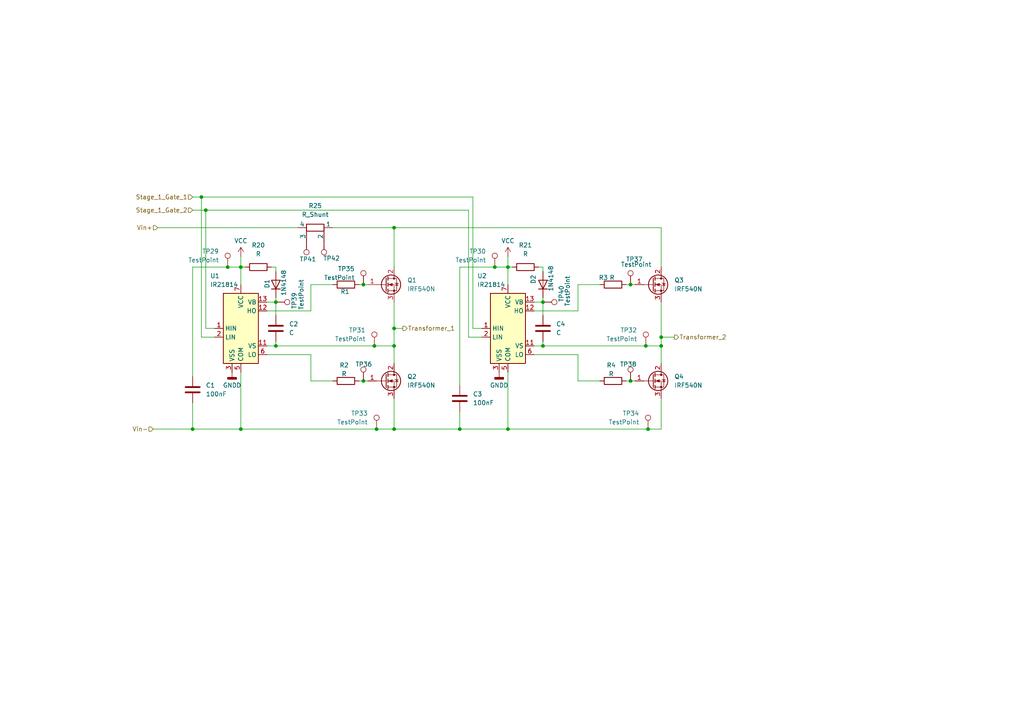
<source format=kicad_sch>
(kicad_sch (version 20250114) (generator "eeschema") (generator_version "9.0")
  (paper "A4")
  (title_block (title "Primary Stage Gate Driver and Converter System") (date "2025-05-19"))
  (lib_symbols
    (symbol "Connector:TestPoint" (pin_numbers (hide yes)) (pin_names (offset 0.762) (hide yes))
      (property "Reference" "TP" (at 0 6.858 0))
      (property "Value" "TestPoint" (at 0 5.08 0))
      (symbol "TestPoint_0_1"
        (circle (center 0 3.302) (radius 0.762))
      )
      (symbol "TestPoint_1_1"
        (pin passive line (at 0 0 90) (length 2.54) (name "1") (number "1"))
      )
    )
    (symbol "Device:C" (pin_numbers (hide yes)) (pin_names (offset 0.254))
      (property "Reference" "C" (at 0.635 2.54 0))
      (property "Value" "C" (at 0.635 -2.54 0))
      (symbol "C_0_1"
        (polyline (pts (xy -2.032 0.762) (xy 2.032 0.762)) (stroke (width 0.508)))
        (polyline (pts (xy -2.032 -0.762) (xy 2.032 -0.762)) (stroke (width 0.508)))
      )
      (symbol "C_1_1"
        (pin passive line (at 0 3.81 270) (length 2.794) (name "~") (number "1"))
        (pin passive line (at 0 -3.81 90) (length 2.794) (name "~") (number "2"))
      )
    )
    (symbol "Device:R" (pin_numbers (hide yes)) (pin_names (offset 0))
      (property "Reference" "R" (at 2.032 0 90))
      (property "Value" "R" (at 0 0 90))
      (symbol "R_0_1"
        (rectangle (start -1.016 -2.54) (end 1.016 2.54) (stroke (width 0.254)))
      )
      (symbol "R_1_1"
        (pin passive line (at 0 3.81 270) (length 1.27) (name "~") (number "1"))
        (pin passive line (at 0 -3.81 90) (length 1.27) (name "~") (number "2"))
      )
    )
    (symbol "Device:R_Shunt" (pin_numbers (hide yes)) (pin_names (offset 0))
      (property "Reference" "R" (at -4.445 0 90))
      (property "Value" "R_Shunt" (at -2.54 0 90))
      (symbol "R_Shunt_0_1"
        (rectangle (start -1.016 -2.54) (end 1.016 2.54) (stroke (width 0.254)))
        (polyline (pts (xy 0 -2.54) (xy 1.27 -2.54)))
        (polyline (pts (xy 1.27 2.54) (xy 0 2.54)))
      )
      (symbol "R_Shunt_1_1"
        (pin passive line (at 0 5.08 270) (length 2.54) (name "1") (number "1"))
        (pin passive line (at 0 -5.08 90) (length 2.54) (name "4") (number "4"))
        (pin passive line (at 3.81 2.54 180) (length 2.54) (name "2") (number "2"))
        (pin passive line (at 3.81 -2.54 180) (length 2.54) (name "3") (number "3"))
      )
    )
    (symbol "Diode:1N4148" (pin_numbers (hide yes)) (pin_names (hide yes))
      (property "Reference" "D" (at 0 2.54 0))
      (property "Value" "1N4148" (at 0 -2.54 0))
      (symbol "1N4148_0_1"
        (polyline (pts (xy -1.27 1.27) (xy -1.27 -1.27)) (stroke (width 0.254)))
        (polyline (pts (xy 1.27 1.27) (xy 1.27 -1.27) (xy -1.27 0) (xy 1.27 1.27)) (stroke (width 0.254)))
        (polyline (pts (xy 1.27 0) (xy -1.27 0)))
      )
      (symbol "1N4148_1_1"
        (pin passive line (at -3.81 0 0) (length 2.54) (name "K") (number "1"))
        (pin passive line (at 3.81 0 180) (length 2.54) (name "A") (number "2"))
      )
    )
    (symbol "Driver_FET:IR21814"
      (property "Reference" "U" (at 1.27 13.97 0))
      (property "Value" "IR21814" (at 1.27 11.43 0))
      (symbol "IR21814_0_1"
        (rectangle (start -5.08 -10.16) (end 5.08 10.16) (stroke (width 0.254)) (fill (type background)))
      )
      (symbol "IR21814_1_1"
        (pin input line (at -7.62 0 0) (length 2.54) (name "HIN") (number "1"))
        (pin input line (at -7.62 -2.54 0) (length 2.54) (name "LIN") (number "2"))
        (pin no_connect line (at -5.08 7.62 0) (length 2.54) (hide yes) (name "NC") (number "4"))
        (pin no_connect line (at -5.08 5.08 0) (length 2.54) (hide yes) (name "NC") (number "8"))
        (pin no_connect line (at -5.08 2.54 0) (length 2.54) (hide yes) (name "NC") (number "9"))
        (pin power_in line (at -2.54 -12.7 90) (length 2.54) (name "VSS") (number "3"))
        (pin power_in line (at 0 12.7 270) (length 2.54) (name "VCC") (number "7"))
        (pin power_in line (at 0 -12.7 90) (length 2.54) (name "COM") (number "5"))
        (pin no_connect line (at 5.08 2.54 180) (length 2.54) (hide yes) (name "NC") (number "10"))
        (pin no_connect line (at 5.08 0 180) (length 2.54) (hide yes) (name "NC") (number "14"))
        (pin passive line (at 7.62 7.62 180) (length 2.54) (name "VB") (number "13"))
        (pin output line (at 7.62 5.08 180) (length 2.54) (name "HO") (number "12"))
        (pin passive line (at 7.62 -5.08 180) (length 2.54) (name "VS") (number "11"))
        (pin output line (at 7.62 -7.62 180) (length 2.54) (name "LO") (number "6"))
      )
    )
    (symbol "Transistor_FET:IRF540N" (pin_names (hide yes))
      (property "Reference" "Q" (at 5.08 1.905 0))
      (property "Value" "IRF540N" (at 5.08 0 0))
      (symbol "IRF540N_0_1"
        (polyline (pts (xy 0.254 1.905) (xy 0.254 -1.905)) (stroke (width 0.254)))
        (polyline (pts (xy 0.254 0) (xy -2.54 0)))
        (polyline (pts (xy 0.762 2.286) (xy 0.762 1.27)) (stroke (width 0.254)))
        (polyline (pts (xy 0.762 0.508) (xy 0.762 -0.508)) (stroke (width 0.254)))
        (polyline (pts (xy 0.762 -1.27) (xy 0.762 -2.286)) (stroke (width 0.254)))
        (polyline (pts (xy 0.762 -1.778) (xy 3.302 -1.778) (xy 3.302 1.778) (xy 0.762 1.778)))
        (polyline (pts (xy 1.016 0) (xy 2.032 0.381) (xy 2.032 -0.381) (xy 1.016 0)) (fill (type outline)))
        (circle (center 1.651 0) (radius 2.794) (stroke (width 0.254)))
        (polyline (pts (xy 2.54 2.54) (xy 2.54 1.778)))
        (circle (center 2.54 1.778) (radius 0.254) (fill (type outline)))
        (circle (center 2.54 -1.778) (radius 0.254) (fill (type outline)))
        (polyline (pts (xy 2.54 -2.54) (xy 2.54 0) (xy 0.762 0)))
        (polyline (pts (xy 2.794 0.508) (xy 2.921 0.381) (xy 3.683 0.381) (xy 3.81 0.254)))
        (polyline (pts (xy 3.302 0.381) (xy 2.921 -0.254) (xy 3.683 -0.254) (xy 3.302 0.381)))
      )
      (symbol "IRF540N_1_1"
        (pin input line (at -5.08 0 0) (length 2.54) (name "G") (number "1"))
        (pin passive line (at 2.54 5.08 270) (length 2.54) (name "D") (number "2"))
        (pin passive line (at 2.54 -5.08 90) (length 2.54) (name "S") (number "3"))
      )
    )
    (symbol "power:GNDD" (power) (pin_numbers (hide yes)) (pin_names (offset 0) (hide yes))
      (property "Value" "GNDD" (at 0 -3.175 0))
      (symbol "GNDD_0_1"
        (rectangle (start -1.27 -1.524) (end 1.27 -2.032) (stroke (width 0.254)) (fill (type outline)))
        (polyline (pts (xy 0 0) (xy 0 -1.524)))
      )
      (symbol "GNDD_1_1"
        (pin power_in line (at 0 0 270) (length 0) (name "~") (number "1"))
      )
    )
    (symbol "power:VCC" (power) (pin_numbers (hide yes)) (pin_names (offset 0) (hide yes))
      (property "Value" "VCC" (at 0 3.556 0))
      (symbol "VCC_0_1"
        (polyline (pts (xy -0.762 1.27) (xy 0 2.54)))
        (polyline (pts (xy 0 2.54) (xy 0.762 1.27)))
        (polyline (pts (xy 0 0) (xy 0 2.54)))
      )
      (symbol "VCC_1_1"
        (pin power_in line (at 0 0 90) (length 0) (name "~") (number "1"))
      )
    )
  )
  (junction (at 187.96 124.46))
  (junction (at 147.32 77.47))
  (junction (at 80.01 100.33))
  (junction (at 114.3 100.33))
  (junction (at 80.01 87.63))
  (junction (at 191.77 97.79))
  (junction (at 108.585 100.33))
  (junction (at 55.88 124.46))
  (junction (at 109.22 124.46))
  (junction (at 157.48 87.63))
  (junction (at 182.88 110.49))
  (junction (at 133.35 124.46))
  (junction (at 191.77 100.33))
  (junction (at 105.41 82.55))
  (junction (at 59.69 60.96))
  (junction (at 182.88 82.55))
  (junction (at 69.85 124.46))
  (junction (at 69.85 77.47))
  (junction (at 157.48 100.33))
  (junction (at 187.325 100.33))
  (junction (at 114.3 124.46))
  (junction (at 147.32 124.46))
  (junction (at 143.51 77.47))
  (junction (at 105.41 110.49))
  (junction (at 58.42 57.15))
  (junction (at 114.3 66.04))
  (junction (at 66.04 77.47))
  (junction (at 114.3 95.25))
  (wire (pts (xy 167.64 82.55) (xy 173.99 82.55)))
  (wire (pts (xy 167.64 102.87) (xy 167.64 110.49)))
  (wire (pts (xy 69.85 124.46) (xy 109.22 124.46)))
  (wire (pts (xy 191.77 100.33) (xy 191.77 105.41)))
  (wire (pts (xy 147.32 74.295) (xy 147.32 77.47)))
  (wire (pts (xy 157.48 99.06) (xy 157.48 100.33)))
  (wire (pts (xy 154.94 102.87) (xy 167.64 102.87)))
  (wire (pts (xy 78.74 77.47) (xy 80.01 77.47)))
  (wire (pts (xy 114.3 115.57) (xy 114.3 124.46)))
  (wire (pts (xy 77.47 87.63) (xy 80.01 87.63)))
  (wire (pts (xy 77.47 102.87) (xy 90.17 102.87)))
  (wire (pts (xy 157.48 100.33) (xy 187.325 100.33)))
  (wire (pts (xy 62.23 97.79) (xy 58.42 97.79)))
  (wire (pts (xy 191.77 115.57) (xy 191.77 124.46)))
  (wire (pts (xy 109.22 124.46) (xy 114.3 124.46)))
  (wire (pts (xy 137.16 57.15) (xy 137.16 95.25)))
  (wire (pts (xy 69.85 77.47) (xy 69.85 82.55)))
  (wire (pts (xy 157.48 91.44) (xy 157.48 87.63)))
  (wire (pts (xy 80.01 91.44) (xy 80.01 87.63)))
  (wire (pts (xy 66.04 77.47) (xy 55.88 77.47)))
  (wire (pts (xy 147.32 77.47) (xy 148.59 77.47)))
  (wire (pts (xy 96.52 66.04) (xy 114.3 66.04)))
  (wire (pts (xy 133.35 111.76) (xy 133.35 77.47)))
  (wire (pts (xy 187.96 124.46) (xy 147.32 124.46)))
  (wire (pts (xy 154.94 90.17) (xy 167.64 90.17)))
  (wire (pts (xy 58.42 97.79) (xy 58.42 57.15)))
  (wire (pts (xy 133.35 124.46) (xy 147.32 124.46)))
  (wire (pts (xy 69.85 77.47) (xy 66.04 77.47)))
  (wire (pts (xy 135.89 60.96) (xy 59.69 60.96)))
  (wire (pts (xy 191.77 97.79) (xy 191.77 100.33)))
  (wire (pts (xy 133.35 77.47) (xy 143.51 77.47)))
  (wire (pts (xy 187.325 100.33) (xy 191.77 100.33)))
  (wire (pts (xy 69.85 77.47) (xy 71.12 77.47)))
  (wire (pts (xy 114.3 66.04) (xy 191.77 66.04)))
  (wire (pts (xy 59.69 60.96) (xy 55.88 60.96)))
  (wire (pts (xy 133.35 124.46) (xy 133.35 119.38)))
  (wire (pts (xy 143.51 77.47) (xy 147.32 77.47)))
  (wire (pts (xy 157.48 77.47) (xy 157.48 78.74)))
  (wire (pts (xy 154.94 100.33) (xy 157.48 100.33)))
  (wire (pts (xy 114.3 95.25) (xy 116.84 95.25)))
  (wire (pts (xy 90.17 90.17) (xy 90.17 82.55)))
  (wire (pts (xy 44.45 124.46) (xy 55.88 124.46)))
  (wire (pts (xy 114.3 100.33) (xy 114.3 105.41)))
  (wire (pts (xy 105.41 110.49) (xy 104.14 110.49)))
  (wire (pts (xy 90.17 82.55) (xy 96.52 82.55)))
  (wire (pts (xy 59.69 95.25) (xy 59.69 60.96)))
  (wire (pts (xy 191.77 124.46) (xy 187.96 124.46)))
  (wire (pts (xy 108.585 100.33) (xy 114.3 100.33)))
  (wire (pts (xy 191.77 97.79) (xy 195.58 97.79)))
  (wire (pts (xy 90.17 102.87) (xy 90.17 110.49)))
  (wire (pts (xy 147.32 77.47) (xy 147.32 82.55)))
  (wire (pts (xy 105.41 82.55) (xy 104.14 82.55)))
  (wire (pts (xy 69.85 107.95) (xy 69.85 124.46)))
  (wire (pts (xy 167.64 110.49) (xy 173.99 110.49)))
  (wire (pts (xy 182.88 82.55) (xy 184.15 82.55)))
  (wire (pts (xy 55.88 124.46) (xy 69.85 124.46)))
  (wire (pts (xy 156.21 77.47) (xy 157.48 77.47)))
  (wire (pts (xy 157.48 86.36) (xy 157.48 87.63)))
  (wire (pts (xy 167.64 90.17) (xy 167.64 82.55)))
  (wire (pts (xy 45.72 66.04) (xy 86.36 66.04)))
  (wire (pts (xy 105.41 82.55) (xy 106.68 82.55)))
  (wire (pts (xy 182.88 110.49) (xy 184.15 110.49)))
  (wire (pts (xy 90.17 110.49) (xy 96.52 110.49)))
  (wire (pts (xy 191.77 87.63) (xy 191.77 97.79)))
  (wire (pts (xy 139.7 97.79) (xy 135.89 97.79)))
  (wire (pts (xy 182.88 82.55) (xy 181.61 82.55)))
  (wire (pts (xy 135.89 97.79) (xy 135.89 60.96)))
  (wire (pts (xy 147.32 107.95) (xy 147.32 124.46)))
  (wire (pts (xy 80.01 99.06) (xy 80.01 100.33)))
  (wire (pts (xy 191.77 77.47) (xy 191.77 66.04)))
  (wire (pts (xy 62.23 95.25) (xy 59.69 95.25)))
  (wire (pts (xy 77.47 90.17) (xy 90.17 90.17)))
  (wire (pts (xy 137.16 95.25) (xy 139.7 95.25)))
  (wire (pts (xy 182.88 110.49) (xy 181.61 110.49)))
  (wire (pts (xy 114.3 66.04) (xy 114.3 77.47)))
  (wire (pts (xy 114.3 95.25) (xy 114.3 100.33)))
  (wire (pts (xy 105.41 110.49) (xy 106.68 110.49)))
  (wire (pts (xy 69.85 74.295) (xy 69.85 77.47)))
  (wire (pts (xy 55.88 57.15) (xy 58.42 57.15)))
  (wire (pts (xy 80.01 100.33) (xy 108.585 100.33)))
  (wire (pts (xy 58.42 57.15) (xy 137.16 57.15)))
  (wire (pts (xy 77.47 100.33) (xy 80.01 100.33)))
  (wire (pts (xy 154.94 87.63) (xy 157.48 87.63)))
  (wire (pts (xy 114.3 87.63) (xy 114.3 95.25)))
  (wire (pts (xy 55.88 124.46) (xy 55.88 116.84)))
  (wire (pts (xy 114.3 124.46) (xy 133.35 124.46)))
  (wire (pts (xy 80.01 77.47) (xy 80.01 78.74)))
  (wire (pts (xy 55.88 77.47) (xy 55.88 109.22)))
  (wire (pts (xy 80.01 86.36) (xy 80.01 87.63)))
  (hierarchical_label "Vin+" (shape input) (at 45.72 66.04 180))
  (hierarchical_label "Stage_1_Gate_2" (shape input) (at 55.88 60.96 180))
  (hierarchical_label "Transformer_2" (shape output) (at 195.58 97.79 0))
  (hierarchical_label "Vin-" (shape input) (at 44.45 124.46 180))
  (hierarchical_label "Stage_1_Gate_1" (shape input) (at 55.88 57.15 180))
  (hierarchical_label "Transformer_1" (shape output) (at 116.84 95.25 0))
  (symbol (lib_id "Device:R") (at 177.8 82.55 90) (unit 1)
    (property "Reference" "R3" (at 175.006 80.518 90))
    (property "Value" "R" (at 177.546 80.518 90))
    (property "Footprint" "Resistor_THT:R_Axial_DIN0204_L3.6mm_D1.6mm_P7.62mm_Horizontal" (effects (hide yes)))
    (property "Description" "Resistor" (effects (hide yes)))
  )
  (symbol (lib_id "Connector:TestPoint") (at 66.04 77.47 0) (mirror y) (unit 1)
    (property "Reference" "TP29" (at 63.5 72.8979 0) (effects (justify left)))
    (property "Value" "TestPoint" (at 63.5 75.4379 0) (effects (justify left)))
    (property "Footprint" "Connector_Pin:Pin_D1.0mm_L10.0mm" (effects (hide yes)))
    (property "Description" "test point" (effects (hide yes)))
  )
  (symbol (lib_id "Device:R") (at 74.93 77.47 90) (unit 1)
    (property "Reference" "R20" (at 74.93 71.12 90))
    (property "Value" "R" (at 74.93 73.66 90))
    (property "Footprint" "Resistor_THT:R_Axial_DIN0204_L3.6mm_D1.6mm_P7.62mm_Horizontal" (effects (hide yes)))
    (property "Description" "Resistor" (effects (hide yes)))
  )
  (symbol (lib_id "Connector:TestPoint") (at 187.325 100.33 0) (mirror y) (unit 1)
    (property "Reference" "TP32" (at 184.785 95.7579 0) (effects (justify left)))
    (property "Value" "TestPoint" (at 184.785 98.2979 0) (effects (justify left)))
    (property "Footprint" "Connector_Pin:Pin_D1.0mm_L10.0mm" (effects (hide yes)))
    (property "Description" "test point" (effects (hide yes)))
  )
  (symbol (lib_id "Diode:1N4148") (at 80.01 82.55 270) (mirror x) (unit 1)
    (property "Reference" "D1" (at 77.47 82.296 0))
    (property "Value" "1N4148" (at 82.296 82.042 0))
    (property "Footprint" "Diode_THT:D_DO-35_SOD27_P10.16mm_Horizontal" (effects (hide yes)))
    (property "Datasheet" "https://assets.nexperia.com/documents/data-sheet/1N4148_1N4448.pdf" (effects (hide yes)))
    (property "Description" "100V 0.15A standard switching diode, DO-35" (effects (hide yes)))
    (property "Sim.Device" "D" (effects (hide yes)))
    (property "Sim.Pins" "1=K 2=A" (effects (hide yes)))
  )
  (symbol (lib_id "Device:R") (at 100.33 110.49 90) (unit 1)
    (property "Reference" "R2" (at 99.822 105.918 90))
    (property "Value" "R" (at 99.822 108.458 90))
    (property "Footprint" "Resistor_THT:R_Axial_DIN0204_L3.6mm_D1.6mm_P7.62mm_Horizontal" (effects (hide yes)))
    (property "Description" "Resistor" (effects (hide yes)))
  )
  (symbol (lib_id "Device:R") (at 177.8 110.49 90) (unit 1)
    (property "Reference" "R4" (at 177.292 105.918 90))
    (property "Value" "R" (at 177.292 108.458 90))
    (property "Footprint" "Resistor_THT:R_Axial_DIN0204_L3.6mm_D1.6mm_P7.62mm_Horizontal" (effects (hide yes)))
    (property "Description" "Resistor" (effects (hide yes)))
  )
  (symbol (lib_id "Connector:TestPoint") (at 157.48 87.63 270) (mirror x) (unit 1)
    (property "Reference" "TP40" (at 162.814 87.63 0) (effects (justify left)))
    (property "Value" "TestPoint" (at 164.592 88.9 0) (effects (justify left)))
    (property "Footprint" "Connector_Pin:Pin_D1.0mm_L10.0mm" (effects (hide yes)))
    (property "Description" "test point" (effects (hide yes)))
  )
  (symbol (lib_id "Connector:TestPoint") (at 182.88 82.55 0) (mirror y) (unit 1)
    (property "Reference" "TP37" (at 186.436 75.184 0) (effects (justify left)))
    (property "Value" "TestPoint" (at 188.976 76.708 0) (effects (justify left)))
    (property "Footprint" "Connector_Pin:Pin_D1.0mm_L10.0mm" (effects (hide yes)))
    (property "Description" "test point" (effects (hide yes)))
  )
  (symbol (lib_id "Device:R_Shunt") (at 91.44 66.04 270) (unit 1)
    (property "Reference" "R25" (at 91.44 59.69 90))
    (property "Value" "R_Shunt" (at 91.44 62.23 90))
    (property "Footprint" "Resistor_THT:R_Axial_Shunt_L22.2mm_W8.0mm_PS14.30mm_P25.40mm" (effects (hide yes)))
    (property "Description" "Shunt resistor" (effects (hide yes)))
  )
  (symbol (lib_id "Device:C") (at 55.88 113.03 0) (unit 1)
    (property "Reference" "C1" (at 59.69 111.7599 0) (effects (justify left)))
    (property "Value" "100nF" (at 59.69 114.2999 0) (effects (justify left)))
    (property "Footprint" "Capacitor_THT:C_Disc_D7.0mm_W2.5mm_P5.00mm" (effects (hide yes)))
    (property "Description" "Unpolarized capacitor" (effects (hide yes)))
  )
  (symbol (lib_id "power:VCC") (at 69.85 74.295 0) (unit 1)
    (property "Reference" "#PWR015" (effects (hide yes)))
    (property "Value" "VCC" (at 69.85 69.85 0))
    (property "Description" "Power symbol creates a global label with name \"VCC\"" (effects (hide yes)))
  )
  (symbol (lib_id "Driver_FET:IR21814") (at 147.32 95.25 0) (unit 1)
    (property "Reference" "U2" (at 138.43 80.01 0) (effects (justify left)))
    (property "Value" "IR21814" (at 138.43 82.55 0) (effects (justify left)))
    (property "Footprint" "Package_DIP:DIP-14_W7.62mm_Socket" (effects (hide yes)))
    (property "Datasheet" "https://www.infineon.com/dgdl/ir2181.pdf?fileId=5546d462533600a4015355c93cdd16ce" (effects (hide yes)))
    (property "Description" "High and Low Side Driver, 600V, 1.4/1.8A, PDIP-14/SOIC-14" (effects (hide yes)))
  )
  (symbol (lib_id "Transistor_FET:IRF540N") (at 189.23 82.55 0) (unit 1)
    (property "Reference" "Q3" (at 195.58 81.2799 0) (effects (justify left)))
    (property "Value" "IRF540N" (at 195.58 83.8199 0) (effects (justify left)))
    (property "Footprint" "Package_TO_SOT_THT:TO-220-3_Vertical" (effects (hide yes)))
    (property "Datasheet" "http://www.irf.com/product-info/datasheets/data/irf540n.pdf" (effects (hide yes)))
    (property "Description" "33A Id, 100V Vds, HEXFET N-Channel MOSFET, TO-220" (effects (hide yes)))
  )
  (symbol (lib_id "Connector:TestPoint") (at 88.9 69.85 0) (mirror x) (unit 1)
    (property "Reference" "TP41" (at 86.868 75.184 0) (effects (justify left)))
    (property "Value" "TestPoint" (effects (hide yes)))
    (property "Footprint" "Connector_Pin:Pin_D1.0mm_L10.0mm" (effects (hide yes)))
    (property "Description" "test point" (effects (hide yes)))
  )
  (symbol (lib_id "Transistor_FET:IRF540N") (at 111.76 82.55 0) (unit 1)
    (property "Reference" "Q1" (at 118.11 81.2799 0) (effects (justify left)))
    (property "Value" "IRF540N" (at 118.11 83.8199 0) (effects (justify left)))
    (property "Footprint" "Package_TO_SOT_THT:TO-220-3_Vertical" (effects (hide yes)))
    (property "Datasheet" "http://www.irf.com/product-info/datasheets/data/irf540n.pdf" (effects (hide yes)))
    (property "Description" "33A Id, 100V Vds, HEXFET N-Channel MOSFET, TO-220" (effects (hide yes)))
  )
  (symbol (lib_id "Device:C") (at 133.35 115.57 0) (unit 1)
    (property "Reference" "C3" (at 137.16 114.2999 0) (effects (justify left)))
    (property "Value" "100nF" (at 137.16 116.8399 0) (effects (justify left)))
    (property "Footprint" "Capacitor_THT:C_Disc_D7.0mm_W2.5mm_P5.00mm" (effects (hide yes)))
    (property "Description" "Unpolarized capacitor" (effects (hide yes)))
  )
  (symbol (lib_id "Connector:TestPoint") (at 105.41 82.55 0) (mirror y) (unit 1)
    (property "Reference" "TP35" (at 102.87 77.9779 0) (effects (justify left)))
    (property "Value" "TestPoint" (at 102.87 80.5179 0) (effects (justify left)))
    (property "Footprint" "Connector_Pin:Pin_D1.0mm_L10.0mm" (effects (hide yes)))
    (property "Description" "test point" (effects (hide yes)))
  )
  (symbol (lib_id "Device:R") (at 152.4 77.47 90) (unit 1)
    (property "Reference" "R21" (at 152.4 71.12 90))
    (property "Value" "R" (at 152.4 73.66 90))
    (property "Footprint" "Resistor_THT:R_Axial_DIN0204_L3.6mm_D1.6mm_P7.62mm_Horizontal" (effects (hide yes)))
    (property "Description" "Resistor" (effects (hide yes)))
  )
  (symbol (lib_id "Connector:TestPoint") (at 93.98 69.85 0) (mirror x) (unit 1)
    (property "Reference" "TP42" (at 93.726 74.93 0) (effects (justify left)))
    (property "Value" "TestPoint" (effects (hide yes)))
    (property "Footprint" "Connector_Pin:Pin_D1.0mm_L10.0mm" (effects (hide yes)))
    (property "Description" "test point" (effects (hide yes)))
  )
  (symbol (lib_id "power:VCC") (at 147.32 74.295 0) (unit 1)
    (property "Reference" "#PWR016" (effects (hide yes)))
    (property "Value" "VCC" (at 147.32 69.85 0))
    (property "Description" "Power symbol creates a global label with name \"VCC\"" (effects (hide yes)))
  )
  (symbol (lib_id "Transistor_FET:IRF540N") (at 111.76 110.49 0) (unit 1)
    (property "Reference" "Q2" (at 118.11 109.2199 0) (effects (justify left)))
    (property "Value" "IRF540N" (at 118.11 111.7599 0) (effects (justify left)))
    (property "Footprint" "Package_TO_SOT_THT:TO-220-3_Vertical" (effects (hide yes)))
    (property "Datasheet" "http://www.irf.com/product-info/datasheets/data/irf540n.pdf" (effects (hide yes)))
    (property "Description" "33A Id, 100V Vds, HEXFET N-Channel MOSFET, TO-220" (effects (hide yes)))
  )
  (symbol (lib_id "Connector:TestPoint") (at 182.88 110.49 0) (mirror y) (unit 1)
    (property "Reference" "TP38" (at 184.658 105.664 0) (effects (justify left)))
    (property "Value" "TestPoint" (effects (hide yes)))
    (property "Footprint" "Connector_Pin:Pin_D1.0mm_L10.0mm" (effects (hide yes)))
    (property "Description" "test point" (effects (hide yes)))
  )
  (symbol (lib_id "Connector:TestPoint") (at 109.22 124.46 0) (mirror y) (unit 1)
    (property "Reference" "TP33" (at 106.68 119.8879 0) (effects (justify left)))
    (property "Value" "TestPoint" (at 106.68 122.4279 0) (effects (justify left)))
    (property "Footprint" "Connector_Pin:Pin_D1.0mm_L10.0mm" (effects (hide yes)))
    (property "Description" "test point" (effects (hide yes)))
  )
  (symbol (lib_id "power:GNDD") (at 144.78 107.95 0) (unit 1)
    (property "Reference" "#PWR013" (effects (hide yes)))
    (property "Value" "GNDD" (at 144.78 111.76 0))
    (property "Description" "Power symbol creates a global label with name \"GNDD\" , digital ground" (effects (hide yes)))
  )
  (symbol (lib_id "Device:C") (at 157.48 95.25 0) (unit 1)
    (property "Reference" "C4" (at 161.29 93.9799 0) (effects (justify left)))
    (property "Value" "C" (at 161.29 96.5199 0) (effects (justify left)))
    (property "Footprint" "Capacitor_THT:C_Disc_D7.0mm_W2.5mm_P5.00mm" (effects (hide yes)))
    (property "Description" "Unpolarized capacitor" (effects (hide yes)))
  )
  (symbol (lib_id "power:GNDD") (at 67.31 107.95 0) (unit 1)
    (property "Reference" "#PWR012" (effects (hide yes)))
    (property "Value" "GNDD" (at 67.31 111.76 0))
    (property "Description" "Power symbol creates a global label with name \"GNDD\" , digital ground" (effects (hide yes)))
  )
  (symbol (lib_id "Transistor_FET:IRF540N") (at 189.23 110.49 0) (unit 1)
    (property "Reference" "Q4" (at 195.58 109.2199 0) (effects (justify left)))
    (property "Value" "IRF540N" (at 195.58 111.7599 0) (effects (justify left)))
    (property "Footprint" "Package_TO_SOT_THT:TO-220-3_Vertical" (effects (hide yes)))
    (property "Datasheet" "http://www.irf.com/product-info/datasheets/data/irf540n.pdf" (effects (hide yes)))
    (property "Description" "33A Id, 100V Vds, HEXFET N-Channel MOSFET, TO-220" (effects (hide yes)))
  )
  (symbol (lib_id "Device:C") (at 80.01 95.25 0) (unit 1)
    (property "Reference" "C2" (at 83.82 93.9799 0) (effects (justify left)))
    (property "Value" "C" (at 83.82 96.5199 0) (effects (justify left)))
    (property "Footprint" "Capacitor_THT:C_Disc_D7.0mm_W2.5mm_P5.00mm" (effects (hide yes)))
    (property "Description" "Unpolarized capacitor" (effects (hide yes)))
  )
  (symbol (lib_id "Driver_FET:IR21814") (at 69.85 95.25 0) (unit 1)
    (property "Reference" "U1" (at 60.96 80.01 0) (effects (justify left)))
    (property "Value" "IR21814" (at 60.96 82.55 0) (effects (justify left)))
    (property "Footprint" "Package_DIP:DIP-14_W7.62mm_Socket" (effects (hide yes)))
    (property "Datasheet" "https://www.infineon.com/dgdl/ir2181.pdf?fileId=5546d462533600a4015355c93cdd16ce" (effects (hide yes)))
    (property "Description" "High and Low Side Driver, 600V, 1.4/1.8A, PDIP-14/SOIC-14" (effects (hide yes)))
  )
  (symbol (lib_id "Connector:TestPoint") (at 108.585 100.33 0) (mirror y) (unit 1)
    (property "Reference" "TP31" (at 106.045 95.7579 0) (effects (justify left)))
    (property "Value" "TestPoint" (at 106.045 98.2979 0) (effects (justify left)))
    (property "Footprint" "Connector_Pin:Pin_D1.0mm_L10.0mm" (effects (hide yes)))
    (property "Description" "test point" (effects (hide yes)))
  )
  (symbol (lib_id "Connector:TestPoint") (at 105.41 110.49 0) (mirror y) (unit 1)
    (property "Reference" "TP36" (at 107.95 105.664 0) (effects (justify left)))
    (property "Value" "TestPoint" (effects (hide yes)))
    (property "Footprint" "Connector_Pin:Pin_D1.0mm_L10.0mm" (effects (hide yes)))
    (property "Description" "test point" (effects (hide yes)))
  )
  (symbol (lib_id "Connector:TestPoint") (at 80.01 87.63 270) (mirror x) (unit 1)
    (property "Reference" "TP39" (at 85.344 89.662 0) (effects (justify left)))
    (property "Value" "TestPoint" (at 87.376 89.916 0) (effects (justify left)))
    (property "Footprint" "Connector_Pin:Pin_D1.0mm_L10.0mm" (effects (hide yes)))
    (property "Description" "test point" (effects (hide yes)))
  )
  (symbol (lib_id "Diode:1N4148") (at 157.48 82.55 270) (mirror x) (unit 1)
    (property "Reference" "D2" (at 154.686 81.026 0))
    (property "Value" "1N4148" (at 159.766 80.772 0))
    (property "Footprint" "Diode_THT:D_DO-35_SOD27_P10.16mm_Horizontal" (effects (hide yes)))
    (property "Datasheet" "https://assets.nexperia.com/documents/data-sheet/1N4148_1N4448.pdf" (effects (hide yes)))
    (property "Description" "100V 0.15A standard switching diode, DO-35" (effects (hide yes)))
    (property "Sim.Device" "D" (effects (hide yes)))
    (property "Sim.Pins" "1=K 2=A" (effects (hide yes)))
  )
  (symbol (lib_id "Device:R") (at 100.33 82.55 90) (unit 1)
    (property "Reference" "R1" (at 100.076 84.582 90))
    (property "Value" "R" (effects (hide yes)))
    (property "Footprint" "Resistor_THT:R_Axial_DIN0204_L3.6mm_D1.6mm_P7.62mm_Horizontal" (effects (hide yes)))
    (property "Description" "Resistor" (effects (hide yes)))
  )
  (symbol (lib_id "Connector:TestPoint") (at 187.96 124.46 0) (mirror y) (unit 1)
    (property "Reference" "TP34" (at 185.42 119.8879 0) (effects (justify left)))
    (property "Value" "TestPoint" (at 185.42 122.4279 0) (effects (justify left)))
    (property "Footprint" "Connector_Pin:Pin_D1.0mm_L10.0mm" (effects (hide yes)))
    (property "Description" "test point" (effects (hide yes)))
  )
  (symbol (lib_id "Connector:TestPoint") (at 143.51 77.47 0) (mirror y) (unit 1)
    (property "Reference" "TP30" (at 140.97 72.8979 0) (effects (justify left)))
    (property "Value" "TestPoint" (at 140.97 75.4379 0) (effects (justify left)))
    (property "Footprint" "Connector_Pin:Pin_D1.0mm_L10.0mm" (effects (hide yes)))
    (property "Description" "test point" (effects (hide yes)))
  )
)
</source>
